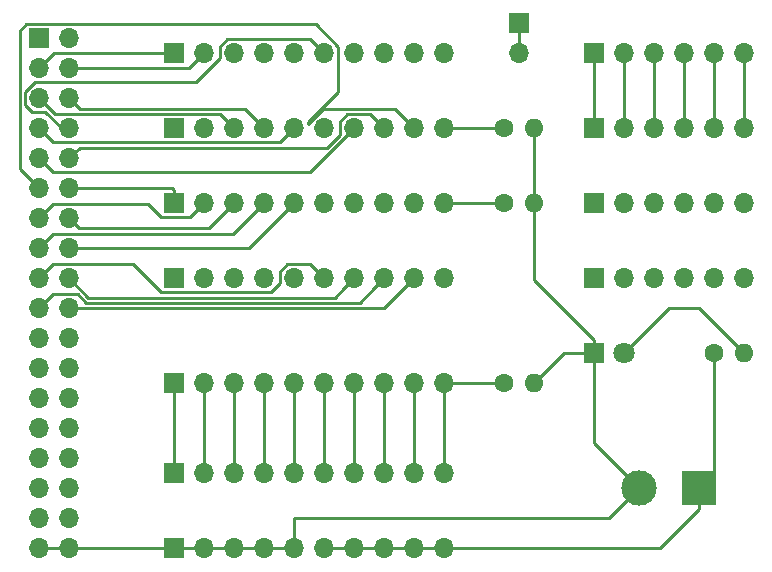
<source format=gbr>
G04 #@! TF.GenerationSoftware,KiCad,Pcbnew,(5.1.2-1)-1*
G04 #@! TF.CreationDate,2019-07-02T22:52:59+10:00*
G04 #@! TF.ProjectId,pcb_combined,7063625f-636f-46d6-9269-6e65642e6b69,rev?*
G04 #@! TF.SameCoordinates,Original*
G04 #@! TF.FileFunction,Copper,L1,Top*
G04 #@! TF.FilePolarity,Positive*
%FSLAX46Y46*%
G04 Gerber Fmt 4.6, Leading zero omitted, Abs format (unit mm)*
G04 Created by KiCad (PCBNEW (5.1.2-1)-1) date 2019-07-02 22:52:59*
%MOMM*%
%LPD*%
G04 APERTURE LIST*
%ADD10O,1.700000X1.700000*%
%ADD11R,1.700000X1.700000*%
%ADD12O,1.600000X1.600000*%
%ADD13C,1.600000*%
%ADD14C,3.000000*%
%ADD15R,3.000000X3.000000*%
%ADD16C,1.800000*%
%ADD17R,1.800000X1.800000*%
%ADD18C,0.250000*%
G04 APERTURE END LIST*
D10*
X85090000Y-34290000D03*
D11*
X85090000Y-31750000D03*
D12*
X86360000Y-46990000D03*
D13*
X83820000Y-46990000D03*
D12*
X86360000Y-62230000D03*
D13*
X83820000Y-62230000D03*
D12*
X86360000Y-40640000D03*
D13*
X83820000Y-40640000D03*
D10*
X104140000Y-46990000D03*
X101600000Y-46990000D03*
X99060000Y-46990000D03*
X96520000Y-46990000D03*
X93980000Y-46990000D03*
D11*
X91440000Y-46990000D03*
D10*
X104140000Y-53340000D03*
X101600000Y-53340000D03*
X99060000Y-53340000D03*
X96520000Y-53340000D03*
X93980000Y-53340000D03*
D11*
X91440000Y-53340000D03*
D10*
X78740000Y-76200000D03*
X76200000Y-76200000D03*
X73660000Y-76200000D03*
X71120000Y-76200000D03*
X68580000Y-76200000D03*
X66040000Y-76200000D03*
X63500000Y-76200000D03*
X60960000Y-76200000D03*
X58420000Y-76200000D03*
D11*
X55880000Y-76200000D03*
D10*
X78740000Y-69850000D03*
X76200000Y-69850000D03*
X73660000Y-69850000D03*
X71120000Y-69850000D03*
X68580000Y-69850000D03*
X66040000Y-69850000D03*
X63500000Y-69850000D03*
X60960000Y-69850000D03*
X58420000Y-69850000D03*
D11*
X55880000Y-69850000D03*
D10*
X78740000Y-53340000D03*
X76200000Y-53340000D03*
X73660000Y-53340000D03*
X71120000Y-53340000D03*
X68580000Y-53340000D03*
X66040000Y-53340000D03*
X63500000Y-53340000D03*
X60960000Y-53340000D03*
X58420000Y-53340000D03*
D11*
X55880000Y-53340000D03*
D10*
X78740000Y-40640000D03*
X76200000Y-40640000D03*
X73660000Y-40640000D03*
X71120000Y-40640000D03*
X68580000Y-40640000D03*
X66040000Y-40640000D03*
X63500000Y-40640000D03*
X60960000Y-40640000D03*
X58420000Y-40640000D03*
D11*
X55880000Y-40640000D03*
D14*
X95250000Y-71120000D03*
D15*
X100330000Y-71120000D03*
D12*
X104140000Y-59690000D03*
D13*
X101600000Y-59690000D03*
D10*
X104140000Y-40640000D03*
X101600000Y-40640000D03*
X99060000Y-40640000D03*
X96520000Y-40640000D03*
X93980000Y-40640000D03*
D11*
X91440000Y-40640000D03*
D10*
X104140000Y-34290000D03*
X101600000Y-34290000D03*
X99060000Y-34290000D03*
X96520000Y-34290000D03*
X93980000Y-34290000D03*
D11*
X91440000Y-34290000D03*
D10*
X78740000Y-46990000D03*
X76200000Y-46990000D03*
X73660000Y-46990000D03*
X71120000Y-46990000D03*
X68580000Y-46990000D03*
X66040000Y-46990000D03*
X63500000Y-46990000D03*
X60960000Y-46990000D03*
X58420000Y-46990000D03*
D11*
X55880000Y-46990000D03*
D10*
X78740000Y-62230000D03*
X76200000Y-62230000D03*
X73660000Y-62230000D03*
X71120000Y-62230000D03*
X68580000Y-62230000D03*
X66040000Y-62230000D03*
X63500000Y-62230000D03*
X60960000Y-62230000D03*
X58420000Y-62230000D03*
D11*
X55880000Y-62230000D03*
D10*
X46990000Y-76200000D03*
X44450000Y-76200000D03*
X46990000Y-73660000D03*
X44450000Y-73660000D03*
X46990000Y-71120000D03*
X44450000Y-71120000D03*
X46990000Y-68580000D03*
X44450000Y-68580000D03*
X46990000Y-66040000D03*
X44450000Y-66040000D03*
X46990000Y-63500000D03*
X44450000Y-63500000D03*
X46990000Y-60960000D03*
X44450000Y-60960000D03*
X46990000Y-58420000D03*
X44450000Y-58420000D03*
X46990000Y-55880000D03*
X44450000Y-55880000D03*
X46990000Y-53340000D03*
X44450000Y-53340000D03*
X46990000Y-50800000D03*
X44450000Y-50800000D03*
X46990000Y-48260000D03*
X44450000Y-48260000D03*
X46990000Y-45720000D03*
X44450000Y-45720000D03*
X46990000Y-43180000D03*
X44450000Y-43180000D03*
X46990000Y-40640000D03*
X44450000Y-40640000D03*
X46990000Y-38100000D03*
X44450000Y-38100000D03*
X46990000Y-35560000D03*
X44450000Y-35560000D03*
X46990000Y-33020000D03*
D11*
X44450000Y-33020000D03*
D10*
X78740000Y-34290000D03*
X76200000Y-34290000D03*
X73660000Y-34290000D03*
X71120000Y-34290000D03*
X68580000Y-34290000D03*
X66040000Y-34290000D03*
X63500000Y-34290000D03*
X60960000Y-34290000D03*
X58420000Y-34290000D03*
D11*
X55880000Y-34290000D03*
D16*
X93980000Y-59690000D03*
D17*
X91440000Y-59690000D03*
D18*
X97790000Y-55880000D02*
X93980000Y-59690000D01*
X100330000Y-55880000D02*
X97790000Y-55880000D01*
X104140000Y-59690000D02*
X100330000Y-55880000D01*
X44450000Y-76200000D02*
X46990000Y-76200000D01*
X46990000Y-76200000D02*
X55880000Y-76200000D01*
X55880000Y-76200000D02*
X58420000Y-76200000D01*
X58420000Y-76200000D02*
X60960000Y-76200000D01*
X60960000Y-76200000D02*
X63500000Y-76200000D01*
X63500000Y-76200000D02*
X66040000Y-76200000D01*
X91440000Y-67310000D02*
X95250000Y-71120000D01*
X91440000Y-59690000D02*
X91440000Y-67310000D01*
X92710000Y-73660000D02*
X95250000Y-71120000D01*
X66040000Y-73660000D02*
X92710000Y-73660000D01*
X66040000Y-76200000D02*
X66040000Y-73660000D01*
X88900000Y-59690000D02*
X86360000Y-62230000D01*
X91440000Y-59690000D02*
X88900000Y-59690000D01*
X86360000Y-48121370D02*
X86360000Y-46990000D01*
X86360000Y-53460000D02*
X86360000Y-48121370D01*
X91440000Y-58540000D02*
X86360000Y-53460000D01*
X91440000Y-59690000D02*
X91440000Y-58540000D01*
X86360000Y-46990000D02*
X86360000Y-40640000D01*
X72810001Y-39790001D02*
X73660000Y-40640000D01*
X72484999Y-39464999D02*
X72810001Y-39790001D01*
X70555999Y-39464999D02*
X72484999Y-39464999D01*
X69944999Y-40075999D02*
X70555999Y-39464999D01*
X69944999Y-41178591D02*
X69944999Y-40075999D01*
X68858579Y-42265011D02*
X69944999Y-41178591D01*
X47904989Y-42265011D02*
X68858579Y-42265011D01*
X46990000Y-43180000D02*
X47904989Y-42265011D01*
X70270001Y-41489999D02*
X71120000Y-40640000D01*
X67404999Y-44355001D02*
X70270001Y-41489999D01*
X45625001Y-44355001D02*
X67404999Y-44355001D01*
X44450000Y-43180000D02*
X45625001Y-44355001D01*
X67730001Y-33440001D02*
X68580000Y-34290000D01*
X67404999Y-33114999D02*
X67730001Y-33440001D01*
X60395999Y-33114999D02*
X67404999Y-33114999D01*
X59784999Y-33725999D02*
X60395999Y-33114999D01*
X57714001Y-36735001D02*
X59784999Y-34664003D01*
X44075997Y-36735001D02*
X57714001Y-36735001D01*
X43274999Y-38664001D02*
X43274999Y-37535999D01*
X43885999Y-39275001D02*
X43274999Y-38664001D01*
X44988591Y-39275001D02*
X43885999Y-39275001D01*
X43274999Y-37535999D02*
X44075997Y-36735001D01*
X46353590Y-40640000D02*
X44988591Y-39275001D01*
X59784999Y-34664003D02*
X59784999Y-33725999D01*
X46990000Y-40640000D02*
X46353590Y-40640000D01*
X65190001Y-41489999D02*
X66040000Y-40640000D01*
X64864999Y-41815001D02*
X65190001Y-41489999D01*
X45625001Y-41815001D02*
X64864999Y-41815001D01*
X44450000Y-40640000D02*
X45625001Y-41815001D01*
X62650001Y-39790001D02*
X63500000Y-40640000D01*
X47904989Y-39014989D02*
X61874989Y-39014989D01*
X61874989Y-39014989D02*
X62650001Y-39790001D01*
X46990000Y-38100000D02*
X47904989Y-39014989D01*
X60110001Y-39790001D02*
X60960000Y-40640000D01*
X59784999Y-39464999D02*
X60110001Y-39790001D01*
X45814999Y-39464999D02*
X59784999Y-39464999D01*
X44450000Y-38100000D02*
X45814999Y-39464999D01*
X57150000Y-35560000D02*
X58420000Y-34290000D01*
X46990000Y-35560000D02*
X57150000Y-35560000D01*
X45720000Y-34290000D02*
X55880000Y-34290000D01*
X44450000Y-35560000D02*
X45720000Y-34290000D01*
X85090000Y-31750000D02*
X85090000Y-34290000D01*
X78740000Y-62230000D02*
X78740000Y-69850000D01*
X83820000Y-62230000D02*
X78740000Y-62230000D01*
X104140000Y-34290000D02*
X104140000Y-40640000D01*
X101600000Y-34290000D02*
X101600000Y-40640000D01*
X99060000Y-34290000D02*
X99060000Y-40640000D01*
X96520000Y-34290000D02*
X96520000Y-40640000D01*
X93980000Y-34290000D02*
X93980000Y-40640000D01*
X91440000Y-34290000D02*
X91440000Y-40640000D01*
X68580000Y-76200000D02*
X71120000Y-76200000D01*
X71120000Y-76200000D02*
X73660000Y-76200000D01*
X73660000Y-76200000D02*
X76200000Y-76200000D01*
X76200000Y-76200000D02*
X78740000Y-76200000D01*
X101600000Y-69850000D02*
X100330000Y-71120000D01*
X101600000Y-59690000D02*
X101600000Y-69850000D01*
X97000000Y-76200000D02*
X79942081Y-76200000D01*
X100330000Y-72870000D02*
X97000000Y-76200000D01*
X79942081Y-76200000D02*
X78740000Y-76200000D01*
X100330000Y-71120000D02*
X100330000Y-72870000D01*
X76200000Y-62230000D02*
X76200000Y-69850000D01*
X73660000Y-62230000D02*
X73660000Y-69850000D01*
X71120000Y-62230000D02*
X71120000Y-69850000D01*
X68580000Y-62230000D02*
X68580000Y-69850000D01*
X66040000Y-62230000D02*
X66040000Y-69850000D01*
X63500000Y-62230000D02*
X63500000Y-69850000D01*
X60960000Y-62230000D02*
X60960000Y-69850000D01*
X58420000Y-62230000D02*
X58420000Y-69850000D01*
X55880000Y-62230000D02*
X55880000Y-69850000D01*
X73660000Y-55880000D02*
X76200000Y-53340000D01*
X46990000Y-55880000D02*
X73660000Y-55880000D01*
X72810001Y-54189999D02*
X73660000Y-53340000D01*
X71584979Y-55415021D02*
X72810001Y-54189999D01*
X48428611Y-55415021D02*
X71584979Y-55415021D01*
X47718589Y-54704999D02*
X48428611Y-55415021D01*
X45625001Y-54704999D02*
X47718589Y-54704999D01*
X44450000Y-55880000D02*
X45625001Y-54704999D01*
X70270001Y-54189999D02*
X71120000Y-53340000D01*
X69494989Y-54965011D02*
X70270001Y-54189999D01*
X48615011Y-54965011D02*
X69494989Y-54965011D01*
X46990000Y-53340000D02*
X48615011Y-54965011D01*
X67730001Y-52490001D02*
X68580000Y-53340000D01*
X67404999Y-52164999D02*
X67730001Y-52490001D01*
X65475999Y-52164999D02*
X67404999Y-52164999D01*
X64864999Y-52775999D02*
X65475999Y-52164999D01*
X64864999Y-53714003D02*
X64864999Y-52775999D01*
X64064001Y-54515001D02*
X64864999Y-53714003D01*
X54769999Y-54515001D02*
X64064001Y-54515001D01*
X52419997Y-52164999D02*
X54769999Y-54515001D01*
X45625001Y-52164999D02*
X52419997Y-52164999D01*
X44450000Y-53340000D02*
X45625001Y-52164999D01*
X62230000Y-50800000D02*
X66040000Y-46990000D01*
X46990000Y-50800000D02*
X62230000Y-50800000D01*
X62650001Y-47839999D02*
X63500000Y-46990000D01*
X60865001Y-49624999D02*
X62650001Y-47839999D01*
X45625001Y-49624999D02*
X60865001Y-49624999D01*
X44450000Y-50800000D02*
X45625001Y-49624999D01*
X60110001Y-47839999D02*
X60960000Y-46990000D01*
X58840001Y-49109999D02*
X60110001Y-47839999D01*
X47839999Y-49109999D02*
X58840001Y-49109999D01*
X46990000Y-48260000D02*
X47839999Y-49109999D01*
X57570001Y-47839999D02*
X58420000Y-46990000D01*
X57244999Y-48165001D02*
X57570001Y-47839999D01*
X54769999Y-48165001D02*
X57244999Y-48165001D01*
X45625001Y-47084999D02*
X53689997Y-47084999D01*
X53689997Y-47084999D02*
X54769999Y-48165001D01*
X44450000Y-48260000D02*
X45625001Y-47084999D01*
X55880000Y-45890000D02*
X55880000Y-46990000D01*
X55710000Y-45720000D02*
X55880000Y-45890000D01*
X46990000Y-45720000D02*
X55710000Y-45720000D01*
X75350001Y-39790001D02*
X76200000Y-40640000D01*
X68466009Y-39014989D02*
X74574989Y-39014989D01*
X67215001Y-40265997D02*
X68466009Y-39014989D01*
X67215001Y-40075999D02*
X67215001Y-40265997D01*
X74574989Y-39014989D02*
X75350001Y-39790001D01*
X69755001Y-37535999D02*
X67215001Y-40075999D01*
X69755001Y-33725999D02*
X69755001Y-37535999D01*
X43339999Y-31844999D02*
X67874001Y-31844999D01*
X42824990Y-32360008D02*
X43339999Y-31844999D01*
X42824990Y-44094990D02*
X42824990Y-32360008D01*
X67874001Y-31844999D02*
X69755001Y-33725999D01*
X44450000Y-45720000D02*
X42824990Y-44094990D01*
X83820000Y-40640000D02*
X78740000Y-40640000D01*
X83820000Y-46990000D02*
X78740000Y-46990000D01*
M02*

</source>
